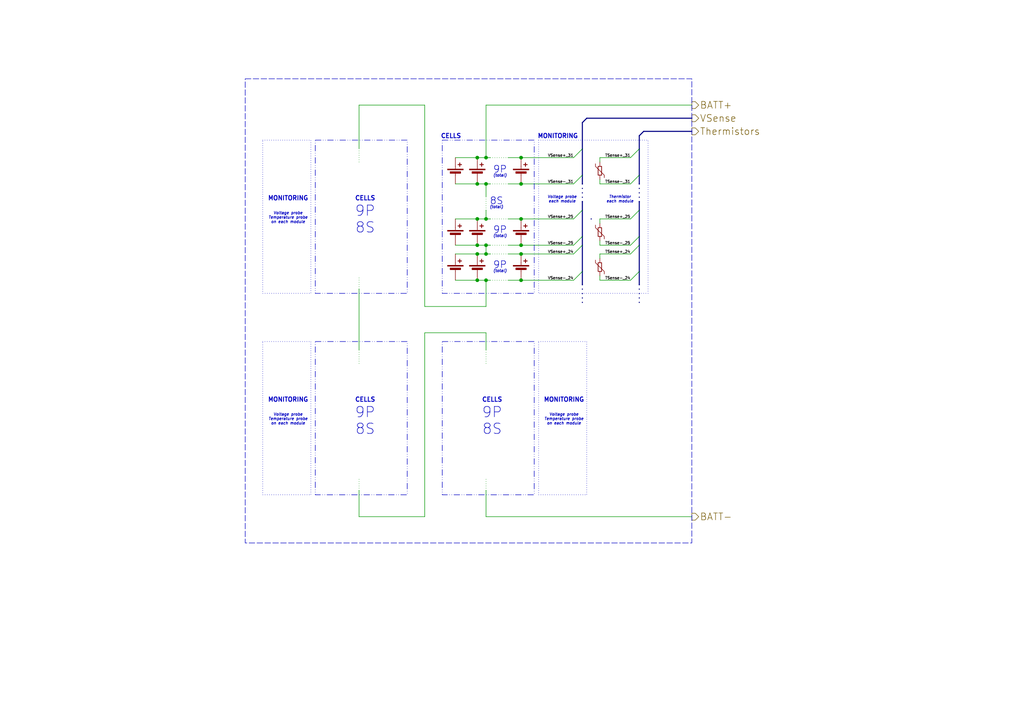
<source format=kicad_sch>
(kicad_sch (version 20250114) (generator "eeschema") (generator_version "9.0")
  (paper "A4")
  (lib_symbols
    (symbol "Device:Battery_Cell" (pin_numbers (hide yes)) (pin_names (offset 0) (hide yes))
      (property "Reference" "BT" (at 2.54 2.54 0))
      (property "Value" "Battery_Cell" (at 2.54 0 0))
      (symbol "Battery_Cell_0_1"
        (rectangle (start -2.286 1.778) (end 2.286 1.524) (fill (type outline)))
        (rectangle (start -1.524 1.016) (end 1.524 0.508) (fill (type outline)))
        (polyline (pts (xy 0 1.778) (xy 0 2.54)))
        (polyline (pts (xy 0 0.762) (xy 0 0)))
        (polyline (pts (xy 0.762 3.048) (xy 1.778 3.048)) (stroke (width 0.254)))
        (polyline (pts (xy 1.27 3.556) (xy 1.27 2.54)) (stroke (width 0.254)))
      )
      (symbol "Battery_Cell_1_1"
        (pin passive line (at 0 5.08 270) (length 2.54) (name "+") (number "1"))
        (pin passive line (at 0 -2.54 90) (length 2.54) (name "-") (number "2"))
      )
    )
    (symbol "Thermistor_1" (pin_numbers (hide yes)) (pin_names (offset 0))
      (symbol "Thermistor_1_0_1"
        (rectangle (start -0.508 1.27) (end 0.508 -1.27) (stroke (width 0.2032)))
      )
      (symbol "Thermistor_1_1_1"
        (polyline (pts (xy -1.2682 1.9961) (xy -1.27 1.27) (xy 1.27 -1.27) (xy 1.27 -1.27) (xy 1.2793 -2.0292)) (stroke (width 0.16)))
        (pin passive line (at 0 2.54 270) (length 1.27) (name "~") (number "1"))
        (pin passive line (at 0 -2.54 90) (length 1.27) (name "~") (number "2"))
      )
    )
  )
  (rectangle (start 128.27 99.06) (end 154.94 143.51) (stroke (width 0) (type dash_dot_dot)))
  (rectangle (start 156.21 40.64) (end 187.96 85.09) (stroke (width 0) (type dot)))
  (rectangle (start 91.44 99.06) (end 118.11 143.51) (stroke (width 0) (type dash_dot_dot)))
  (rectangle (start 76.2 99.06) (end 90.17 143.51) (stroke (width 0) (type dot)))
  (rectangle (start 128.27 40.64) (end 154.94 85.09) (stroke (width 0) (type dash_dot_dot)))
  (rectangle (start 156.21 99.06) (end 170.18 143.51) (stroke (width 0) (type dot)))
  (rectangle (start 76.2 40.64) (end 90.17 85.09) (stroke (width 0) (type dot)))
  (rectangle (start 71.12 22.86) (end 200.66 157.48) (stroke (width 0) (type dash)))
  (rectangle (start 91.44 40.64) (end 118.11 85.09) (stroke (width 0) (type dash_dot_dot)))
  (text "CELLS" (at 105.918 116.078 0) (effects (font (size 1.27 1.27) (thickness 0.254) (bold yes))))
  (text "MONITORING" (at 83.566 57.658 0) (effects (font (size 1.27 1.27) (thickness 0.254) (bold yes))))
  (text "Voltage probe\nTemperature probe\non each module" (at 83.566 63.246 0) (effects (font (size 0.8 0.8) (italic yes))))
  (text "CELLS" (at 142.748 116.078 0) (effects (font (size 1.27 1.27) (thickness 0.254) (bold yes))))
  (text "8S" (at 144.018 58.42 0) (effects (font (size 2 2))))
  (text "(total)" (at 145.034 78.74 0) (effects (font (size 0.8 0.8) (italic yes))))
  (text "CELLS" (at 105.918 57.658 0) (effects (font (size 1.27 1.27) (thickness 0.254) (bold yes))))
  (text "(total)" (at 144.018 60.198 0) (effects (font (size 0.8 0.8) (italic yes))))
  (text "9P" (at 145.034 76.962 0) (effects (font (size 2 2))))
  (text "MONITORING" (at 83.566 116.078 0) (effects (font (size 1.27 1.27) (thickness 0.254) (bold yes))))
  (text "(total)" (at 145.034 68.58 0) (effects (font (size 0.8 0.8) (italic yes))))
  (text "MONITORING" (at 163.576 116.078 0) (effects (font (size 1.27 1.27) (thickness 0.254) (bold yes))))
  (text "9P\n8S" (at 105.918 122.174 0) (effects (font (size 3 3))))
  (text "9P\n8S" (at 142.748 122.174 0) (effects (font (size 3 3))))
  (text "Voltage probe\nTemperature probe\non each module" (at 163.576 121.666 0) (effects (font (size 0.8 0.8) (italic yes))))
  (text "MONITORING" (at 161.798 39.624 0) (effects (font (size 1.27 1.27) (thickness 0.254) (bold yes))))
  (text "Voltage probe\neach module" (at 163.068 57.912 0) (effects (font (size 0.8 0.8) (italic yes))))
  (text "CELLS" (at 130.81 39.624 0) (effects (font (size 1.27 1.27) (thickness 0.254) (bold yes))))
  (text "Thermistor\neach module" (at 179.832 57.912 0) (effects (font (size 0.8 0.8) (italic yes))))
  (text "9P" (at 145.034 66.802 0) (effects (font (size 2 2))))
  (text "9P" (at 145.034 49.276 0) (effects (font (size 2 2))))
  (text "(total)" (at 145.034 51.054 0) (effects (font (size 0.8 0.8) (italic yes))))
  (text "9P\n8S" (at 105.918 63.754 0) (effects (font (size 3 3))))
  (text "Voltage probe\nTemperature probe\non each module" (at 83.566 121.666 0) (effects (font (size 0.8 0.8) (italic yes))))
  (junction (at 138.43 73.66))
  (junction (at 138.43 45.72))
  (junction (at 151.13 45.72))
  (junction (at 138.43 81.28))
  (junction (at 151.13 81.28))
  (junction (at 140.97 73.66))
  (junction (at 138.43 71.12))
  (junction (at 140.97 63.5))
  (junction (at 151.13 73.66))
  (junction (at 151.13 63.5))
  (junction (at 140.97 81.28))
  (junction (at 140.97 53.34))
  (junction (at 140.97 45.72))
  (junction (at 138.43 63.5))
  (junction (at 138.43 53.34))
  (junction (at 151.13 53.34))
  (junction (at 140.97 71.12))
  (junction (at 151.13 71.12))
  (bus_entry (at 182.88 45.72) (size 2.54 -2.54))
  (bus_entry (at 182.88 63.5) (size 2.54 -2.54))
  (bus_entry (at 168.91 78.74) (size -2.54 2.54))
  (bus_entry (at 182.88 73.66) (size 2.54 -2.54))
  (bus_entry (at 168.91 71.12) (size -2.54 2.54))
  (bus_entry (at 168.91 50.8) (size -2.54 2.54))
  (bus_entry (at 168.91 68.58) (size -2.54 2.54))
  (bus_entry (at 182.88 81.28) (size 2.54 -2.54))
  (bus_entry (at 168.91 60.96) (size -2.54 2.54))
  (bus_entry (at 168.91 43.18) (size -2.54 2.54))
  (bus_entry (at 182.88 53.34) (size 2.54 -2.54))
  (bus_entry (at 182.88 71.12) (size 2.54 -2.54))
  (bus (pts (xy 185.42 78.74) (xy 185.42 82.55)))
  (wire (pts (xy 140.97 73.66) (xy 142.24 73.66)))
  (wire (pts (xy 140.97 45.72) (xy 142.24 45.72)))
  (wire (pts (xy 132.08 63.5) (xy 138.43 63.5)))
  (wire (pts (xy 142.24 73.66) (xy 147.32 73.66)) (stroke (width 0) (type dot)))
  (wire (pts (xy 173.99 46.99) (xy 173.99 45.72)))
  (wire (pts (xy 140.97 96.52) (xy 140.97 101.6)))
  (wire (pts (xy 132.08 73.66) (xy 138.43 73.66)))
  (wire (pts (xy 140.97 142.24) (xy 140.97 138.43)) (stroke (width 0) (type dot)))
  (bus (pts (xy 185.42 68.58) (xy 185.42 60.96)))
  (wire (pts (xy 140.97 105.41) (xy 140.97 101.6)) (stroke (width 0) (type dot)))
  (wire (pts (xy 173.99 74.93) (xy 173.99 73.66)))
  (wire (pts (xy 104.14 142.24) (xy 104.14 149.86)))
  (bus (pts (xy 185.42 82.55) (xy 185.42 88.9)) (stroke (width 0) (type dot)))
  (wire (pts (xy 173.99 80.01) (xy 173.99 81.28)))
  (wire (pts (xy 140.97 149.86) (xy 200.66 149.86)))
  (wire (pts (xy 142.24 81.28) (xy 147.32 81.28)) (stroke (width 0) (type dot)))
  (wire (pts (xy 123.19 149.86) (xy 123.19 96.52)))
  (wire (pts (xy 151.13 63.5) (xy 166.37 63.5)))
  (wire (pts (xy 151.13 45.72) (xy 166.37 45.72)))
  (bus (pts (xy 168.91 58.42) (xy 168.91 60.96)))
  (wire (pts (xy 104.14 30.48) (xy 104.14 43.18)))
  (wire (pts (xy 104.14 149.86) (xy 123.19 149.86)))
  (wire (pts (xy 151.13 73.66) (xy 166.37 73.66)))
  (wire (pts (xy 123.19 96.52) (xy 140.97 96.52)))
  (wire (pts (xy 147.32 81.28) (xy 151.13 81.28)))
  (wire (pts (xy 132.08 53.34) (xy 138.43 53.34)))
  (wire (pts (xy 173.99 63.5) (xy 182.88 63.5)))
  (wire (pts (xy 140.97 45.72) (xy 140.97 30.48)))
  (wire (pts (xy 140.97 30.48) (xy 200.66 30.48)))
  (bus (pts (xy 168.91 78.74) (xy 168.91 71.12)))
  (wire (pts (xy 173.99 64.77) (xy 173.99 63.5)))
  (wire (pts (xy 104.14 46.99) (xy 104.14 43.18)) (stroke (width 0) (type dot)))
  (bus (pts (xy 185.42 53.34) (xy 185.42 59.69)) (stroke (width 0) (type dot)))
  (wire (pts (xy 173.99 81.28) (xy 182.88 81.28)))
  (bus (pts (xy 168.91 82.55) (xy 168.91 88.9)) (stroke (width 0) (type dot)))
  (wire (pts (xy 142.24 71.12) (xy 147.32 71.12)) (stroke (width 0) (type dot)))
  (bus (pts (xy 185.42 71.12) (xy 185.42 68.58)))
  (wire (pts (xy 132.08 71.12) (xy 138.43 71.12)))
  (bus (pts (xy 168.91 50.8) (xy 168.91 53.34)))
  (wire (pts (xy 138.43 53.34) (xy 140.97 53.34)))
  (wire (pts (xy 173.99 71.12) (xy 182.88 71.12)))
  (wire (pts (xy 147.32 53.34) (xy 151.13 53.34)))
  (wire (pts (xy 173.99 69.85) (xy 173.99 71.12)))
  (wire (pts (xy 138.43 73.66) (xy 140.97 73.66)))
  (bus (pts (xy 168.91 71.12) (xy 168.91 68.58)))
  (wire (pts (xy 173.99 45.72) (xy 182.88 45.72)))
  (wire (pts (xy 104.14 105.41) (xy 104.14 101.6)) (stroke (width 0) (type dot)))
  (wire (pts (xy 140.97 63.5) (xy 142.24 63.5)))
  (bus (pts (xy 168.91 35.56) (xy 170.18 34.29)))
  (bus (pts (xy 185.42 78.74) (xy 185.42 71.12)))
  (wire (pts (xy 140.97 71.12) (xy 142.24 71.12)))
  (wire (pts (xy 140.97 71.12) (xy 140.97 73.66)))
  (bus (pts (xy 185.42 39.37) (xy 186.69 38.1)))
  (wire (pts (xy 104.14 83.82) (xy 104.14 101.6)))
  (wire (pts (xy 138.43 63.5) (xy 140.97 63.5)))
  (bus (pts (xy 168.91 78.74) (xy 168.91 82.55)))
  (bus (pts (xy 168.91 43.18) (xy 168.91 35.56)))
  (wire (pts (xy 123.19 88.9) (xy 123.19 30.48)))
  (bus (pts (xy 170.18 34.29) (xy 200.66 34.29)))
  (bus (pts (xy 185.42 58.42) (xy 185.42 60.96)))
  (wire (pts (xy 138.43 45.72) (xy 140.97 45.72)))
  (wire (pts (xy 138.43 71.12) (xy 140.97 71.12)))
  (bus (pts (xy 171.45 63.5) (xy 172.72 63.5)) (stroke (width 0) (type dot)))
  (bus (pts (xy 186.69 38.1) (xy 200.66 38.1)))
  (bus (pts (xy 168.91 53.34) (xy 168.91 59.69)) (stroke (width 0) (type dot)))
  (wire (pts (xy 147.32 45.72) (xy 151.13 45.72)))
  (wire (pts (xy 140.97 81.28) (xy 142.24 81.28)))
  (wire (pts (xy 132.08 81.28) (xy 138.43 81.28)))
  (wire (pts (xy 140.97 53.34) (xy 142.24 53.34)))
  (bus (pts (xy 168.91 68.58) (xy 168.91 60.96)))
  (wire (pts (xy 151.13 81.28) (xy 166.37 81.28)))
  (bus (pts (xy 168.91 50.8) (xy 168.91 43.18)))
  (wire (pts (xy 142.24 63.5) (xy 147.32 63.5)) (stroke (width 0) (type dot)))
  (wire (pts (xy 138.43 81.28) (xy 140.97 81.28)))
  (wire (pts (xy 132.08 45.72) (xy 138.43 45.72)))
  (wire (pts (xy 142.24 53.34) (xy 147.32 53.34)) (stroke (width 0) (type dot)))
  (wire (pts (xy 151.13 53.34) (xy 166.37 53.34)))
  (bus (pts (xy 185.42 50.8) (xy 185.42 43.18)))
  (wire (pts (xy 140.97 53.34) (xy 140.97 57.15)))
  (wire (pts (xy 151.13 71.12) (xy 166.37 71.12)))
  (wire (pts (xy 140.97 142.24) (xy 140.97 149.86)))
  (wire (pts (xy 140.97 60.96) (xy 140.97 63.5)))
  (wire (pts (xy 173.99 53.34) (xy 182.88 53.34)))
  (bus (pts (xy 185.42 39.37) (xy 185.42 43.18)))
  (wire (pts (xy 173.99 52.07) (xy 173.99 53.34)))
  (wire (pts (xy 173.99 73.66) (xy 182.88 73.66)))
  (wire (pts (xy 140.97 60.96) (xy 140.97 57.15)) (stroke (width 0) (type dot)))
  (wire (pts (xy 140.97 88.9) (xy 123.19 88.9)))
  (wire (pts (xy 104.14 142.24) (xy 104.14 138.43)) (stroke (width 0) (type dot)))
  (wire (pts (xy 140.97 81.28) (xy 140.97 88.9)))
  (wire (pts (xy 142.24 45.72) (xy 147.32 45.72)) (stroke (width 0) (type dot)))
  (wire (pts (xy 104.14 83.82) (xy 104.14 80.01)) (stroke (width 0) (type dot)))
  (bus (pts (xy 185.42 50.8) (xy 185.42 53.34)))
  (wire (pts (xy 147.32 63.5) (xy 151.13 63.5)))
  (wire (pts (xy 147.32 71.12) (xy 151.13 71.12)))
  (wire (pts (xy 123.19 30.48) (xy 104.14 30.48)))
  (wire (pts (xy 147.32 73.66) (xy 151.13 73.66)))
  (label "VSense+_25" (at 166.37 63.5 180) (effects (font (size 0.8 0.8))))
  (label "VSense-_24" (at 166.37 81.28 180) (effects (font (size 0.8 0.8))))
  (label "TSense+_25" (at 182.88 63.5 180) (effects (font (size 0.8 0.8))))
  (label "TSense+_31" (at 182.88 45.72 180) (effects (font (size 0.8 0.8))))
  (label "TSense+_24" (at 182.88 73.66 180) (effects (font (size 0.8 0.8))))
  (label "TSense-_24" (at 182.88 81.28 180) (effects (font (size 0.8 0.8))))
  (label "VSense-_25" (at 166.37 71.12 180) (effects (font (size 0.8 0.8))))
  (label "TSense-_31" (at 182.88 53.34 180) (effects (font (size 0.8 0.8))))
  (label "VSense+_24" (at 166.37 73.66 180) (effects (font (size 0.8 0.8))))
  (label "TSense-_25" (at 182.88 71.12 180) (effects (font (size 0.8 0.8))))
  (label "VSense+_31" (at 166.37 45.72 180) (effects (font (size 0.8 0.8))))
  (label "VSense-_31" (at 166.37 53.34 180) (effects (font (size 0.8 0.8))))
  (hierarchical_label "BATT+" (shape output) (at 200.66 30.48 0) (effects (font (size 2 2))))
  (hierarchical_label "VSense" (shape output) (at 200.66 34.29 0) (effects (font (size 2 2))))
  (hierarchical_label "Thermistors" (shape output) (at 200.66 38.1 0) (effects (font (size 2 2))))
  (hierarchical_label "BATT-" (shape output) (at 200.66 149.86 0) (effects (font (size 2 2))))
  (symbol (lib_id "Device:Battery_Cell") (at 138.43 50.8 0) (unit 1)
    (property "Reference" "BT5" (effects (hide yes)))
    (property "Value" "Battery_Cell" (effects (hide yes)))
    (property "Description" "Single-cell battery" (effects (hide yes)))
  )
  (symbol (lib_name "Thermistor_1") (lib_id "Device:Thermistor") (at 173.99 67.31 180) (unit 1)
    (property "Reference" "TH2" (effects (hide yes)))
    (property "Value" "Thermistor" (effects (hide yes)))
    (property "Description" "Temperature dependent resistor" (effects (hide yes)))
  )
  (symbol (lib_id "Device:Battery_Cell") (at 151.13 50.8 0) (unit 1)
    (property "Reference" "BT8" (effects (hide yes)))
    (property "Value" "Battery_Cell" (effects (hide yes)))
    (property "Description" "Single-cell battery" (effects (hide yes)))
  )
  (symbol (lib_name "Thermistor_1") (lib_id "Device:Thermistor") (at 173.99 49.53 180) (unit 1)
    (property "Reference" "TH1" (effects (hide yes)))
    (property "Value" "Thermistor" (effects (hide yes)))
    (property "Description" "Temperature dependent resistor" (effects (hide yes)))
  )
  (symbol (lib_id "Device:Battery_Cell") (at 132.08 50.8 0) (unit 1)
    (property "Reference" "BT1" (effects (hide yes)))
    (property "Value" "Battery_Cell" (effects (hide yes)))
    (property "Description" "Single-cell battery" (effects (hide yes)))
  )
  (symbol (lib_id "Device:Battery_Cell") (at 132.08 78.74 0) (unit 1)
    (property "Reference" "BT4" (effects (hide yes)))
    (property "Value" "Battery_Cell" (effects (hide yes)))
    (property "Description" "Single-cell battery" (effects (hide yes)))
  )
  (symbol (lib_id "Device:Battery_Cell") (at 151.13 78.74 0) (unit 1)
    (property "Reference" "BT10" (effects (hide yes)))
    (property "Value" "Battery_Cell" (effects (hide yes)))
    (property "Description" "Single-cell battery" (effects (hide yes)))
  )
  (symbol (lib_id "Device:Battery_Cell") (at 138.43 78.74 0) (unit 1)
    (property "Reference" "BT7" (effects (hide yes)))
    (property "Value" "Battery_Cell" (effects (hide yes)))
    (property "Description" "Single-cell battery" (effects (hide yes)))
  )
  (symbol (lib_id "Device:Battery_Cell") (at 132.08 68.58 0) (unit 1)
    (property "Reference" "BT3" (effects (hide yes)))
    (property "Value" "Battery_Cell" (effects (hide yes)))
    (property "Description" "Single-cell battery" (effects (hide yes)))
  )
  (symbol (lib_id "Device:Battery_Cell") (at 138.43 68.58 0) (unit 1)
    (property "Reference" "BT6" (effects (hide yes)))
    (property "Value" "Battery_Cell" (effects (hide yes)))
    (property "Description" "Single-cell battery" (effects (hide yes)))
  )
  (symbol (lib_name "Thermistor_1") (lib_id "Device:Thermistor") (at 173.99 77.47 180) (unit 1)
    (property "Reference" "TH3" (effects (hide yes)))
    (property "Value" "Thermistor" (effects (hide yes)))
    (property "Description" "Temperature dependent resistor" (effects (hide yes)))
  )
  (symbol (lib_id "Device:Battery_Cell") (at 151.13 68.58 0) (unit 1)
    (property "Reference" "BT9" (effects (hide yes)))
    (property "Value" "Battery_Cell" (effects (hide yes)))
    (property "Description" "Single-cell battery" (effects (hide yes)))
  )
)
</source>
